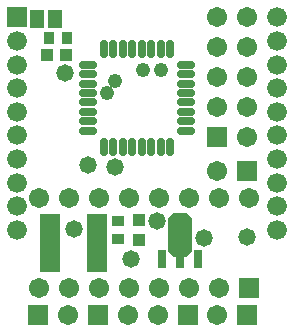
<source format=gbs>
%FSLAX24Y24*%
%MOIN*%
G70*
G01*
G75*
G04 Layer_Color=16711935*
%ADD10R,0.0669X0.0433*%
G04:AMPARAMS|DCode=11|XSize=74.8mil|YSize=126mil|CornerRadius=0mil|HoleSize=0mil|Usage=FLASHONLY|Rotation=90.000|XOffset=0mil|YOffset=0mil|HoleType=Round|Shape=Octagon|*
%AMOCTAGOND11*
4,1,8,-0.0630,-0.0187,-0.0630,0.0187,-0.0443,0.0374,0.0443,0.0374,0.0630,0.0187,0.0630,-0.0187,0.0443,-0.0374,-0.0443,-0.0374,-0.0630,-0.0187,0.0*
%
%ADD11OCTAGOND11*%

%ADD12R,0.0551X0.0236*%
%ADD13R,0.0709X0.0236*%
%ADD14R,0.0433X0.0551*%
%ADD15C,0.0100*%
%ADD16C,0.0150*%
%ADD17C,0.0300*%
%ADD18C,0.0250*%
%ADD19C,0.0200*%
%ADD20R,0.0591X0.0591*%
%ADD21C,0.0591*%
%ADD22C,0.0580*%
%ADD23R,0.0580X0.0580*%
%ADD24R,0.0591X0.0591*%
%ADD25C,0.0500*%
%ADD26C,0.0400*%
%ADD27R,0.0618X0.0906*%
%ADD28R,0.0276X0.0354*%
%ADD29R,0.0354X0.0276*%
%ADD30R,0.0315X0.0315*%
%ADD31O,0.0532X0.0217*%
%ADD32O,0.0217X0.0532*%
%ADD33R,0.0236X0.0551*%
%ADD34R,0.0236X0.0354*%
G04:AMPARAMS|DCode=35|XSize=70.9mil|YSize=141.7mil|CornerRadius=0mil|HoleSize=0mil|Usage=FLASHONLY|Rotation=0.000|XOffset=0mil|YOffset=0mil|HoleType=Round|Shape=Octagon|*
%AMOCTAGOND35*
4,1,8,-0.0177,0.0709,0.0177,0.0709,0.0354,0.0532,0.0354,-0.0532,0.0177,-0.0709,-0.0177,-0.0709,-0.0354,-0.0532,-0.0354,0.0532,-0.0177,0.0709,0.0*
%
%ADD35OCTAGOND35*%

%ADD36R,0.0315X0.0315*%
%ADD37C,0.0098*%
%ADD38C,0.0079*%
%ADD39C,0.0080*%
%ADD40R,0.0749X0.0513*%
G04:AMPARAMS|DCode=41|XSize=82.8mil|YSize=134mil|CornerRadius=0mil|HoleSize=0mil|Usage=FLASHONLY|Rotation=90.000|XOffset=0mil|YOffset=0mil|HoleType=Round|Shape=Octagon|*
%AMOCTAGOND41*
4,1,8,-0.0670,-0.0207,-0.0670,0.0207,-0.0463,0.0414,0.0463,0.0414,0.0670,0.0207,0.0670,-0.0207,0.0463,-0.0414,-0.0463,-0.0414,-0.0670,-0.0207,0.0*
%
%ADD41OCTAGOND41*%

%ADD42R,0.0631X0.0316*%
%ADD43R,0.0789X0.0316*%
%ADD44R,0.0513X0.0631*%
%ADD45R,0.0671X0.0671*%
%ADD46C,0.0671*%
%ADD47C,0.0660*%
%ADD48R,0.0660X0.0660*%
%ADD49R,0.0671X0.0671*%
%ADD50C,0.0480*%
%ADD51R,0.0698X0.0986*%
%ADD52R,0.0356X0.0434*%
%ADD53R,0.0434X0.0356*%
%ADD54R,0.0395X0.0395*%
%ADD55O,0.0612X0.0297*%
%ADD56O,0.0297X0.0612*%
%ADD57R,0.0316X0.0631*%
%ADD58R,0.0316X0.0434*%
G04:AMPARAMS|DCode=59|XSize=78.9mil|YSize=149.7mil|CornerRadius=0mil|HoleSize=0mil|Usage=FLASHONLY|Rotation=0.000|XOffset=0mil|YOffset=0mil|HoleType=Round|Shape=Octagon|*
%AMOCTAGOND59*
4,1,8,-0.0197,0.0749,0.0197,0.0749,0.0394,0.0552,0.0394,-0.0552,0.0197,-0.0749,-0.0197,-0.0749,-0.0394,-0.0552,-0.0394,0.0552,-0.0197,0.0749,0.0*
%
%ADD59OCTAGOND59*%

%ADD60R,0.0395X0.0395*%
D22*
X45360Y35160D02*
D03*
X49760Y32840D02*
D03*
X44446Y35246D02*
D03*
X43680Y38320D02*
D03*
X45880Y32120D02*
D03*
X48320Y32800D02*
D03*
X44000Y33120D02*
D03*
X46760Y33360D02*
D03*
D44*
X42745Y40120D02*
D03*
X43335D02*
D03*
D45*
X44800Y30240D02*
D03*
X42800D02*
D03*
X47800D02*
D03*
X49760D02*
D03*
Y35040D02*
D03*
D46*
X45800Y30240D02*
D03*
X43800D02*
D03*
X46800D02*
D03*
X48760D02*
D03*
X42820Y34140D02*
D03*
X43820D02*
D03*
X44820D02*
D03*
X45820D02*
D03*
X46820D02*
D03*
X47820D02*
D03*
X48820D02*
D03*
X49820D02*
D03*
X42820Y31140D02*
D03*
X43820D02*
D03*
X44820D02*
D03*
X45820D02*
D03*
X46820D02*
D03*
X47820D02*
D03*
X48820D02*
D03*
X49760Y40160D02*
D03*
X48760D02*
D03*
X49760Y39160D02*
D03*
X48760D02*
D03*
X49760Y38160D02*
D03*
X48760D02*
D03*
X49760Y37160D02*
D03*
X48760D02*
D03*
X49760Y36160D02*
D03*
X48760Y35040D02*
D03*
D47*
X50741Y40160D02*
D03*
Y39373D02*
D03*
Y38585D02*
D03*
Y37798D02*
D03*
Y37011D02*
D03*
Y36223D02*
D03*
Y35436D02*
D03*
Y34649D02*
D03*
Y33861D02*
D03*
Y33074D02*
D03*
X42080D02*
D03*
Y33861D02*
D03*
Y34649D02*
D03*
Y35436D02*
D03*
Y36223D02*
D03*
Y37011D02*
D03*
Y37798D02*
D03*
Y38585D02*
D03*
Y39373D02*
D03*
D48*
Y40160D02*
D03*
D49*
X49820Y31140D02*
D03*
X48760Y36160D02*
D03*
D50*
X45360Y38040D02*
D03*
X45073Y37637D02*
D03*
X46880Y38400D02*
D03*
X46280D02*
D03*
D51*
X44751Y32160D02*
D03*
X43169D02*
D03*
X44751Y33120D02*
D03*
X43169D02*
D03*
D52*
X43735Y39480D02*
D03*
X43145D02*
D03*
D53*
X45440Y32785D02*
D03*
Y33375D02*
D03*
D54*
X46160Y32755D02*
D03*
Y33405D02*
D03*
D55*
X47714Y36378D02*
D03*
Y36693D02*
D03*
Y37008D02*
D03*
Y37323D02*
D03*
Y37637D02*
D03*
Y37952D02*
D03*
Y38267D02*
D03*
Y38582D02*
D03*
X44446D02*
D03*
Y38267D02*
D03*
Y37952D02*
D03*
Y37637D02*
D03*
Y37323D02*
D03*
Y37008D02*
D03*
Y36693D02*
D03*
Y36378D02*
D03*
D56*
X47182Y39114D02*
D03*
X46867D02*
D03*
X46552D02*
D03*
X46237D02*
D03*
X45923D02*
D03*
X45608D02*
D03*
X45293D02*
D03*
X44978D02*
D03*
Y35846D02*
D03*
X45293D02*
D03*
X45608D02*
D03*
X45923D02*
D03*
X46237D02*
D03*
X46552D02*
D03*
X46867D02*
D03*
X47182D02*
D03*
D57*
X48111Y32110D02*
D03*
X46929D02*
D03*
D58*
X47520Y32011D02*
D03*
D59*
Y32897D02*
D03*
D60*
X43725Y38920D02*
D03*
X43075D02*
D03*
M02*

</source>
